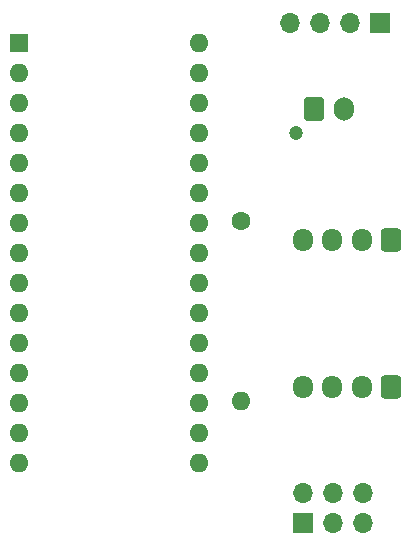
<source format=gbr>
%TF.GenerationSoftware,KiCad,Pcbnew,8.0.0*%
%TF.CreationDate,2024-03-22T16:21:54-07:00*%
%TF.ProjectId,stepper_controller_pcb,73746570-7065-4725-9f63-6f6e74726f6c,rev?*%
%TF.SameCoordinates,Original*%
%TF.FileFunction,Soldermask,Top*%
%TF.FilePolarity,Negative*%
%FSLAX46Y46*%
G04 Gerber Fmt 4.6, Leading zero omitted, Abs format (unit mm)*
G04 Created by KiCad (PCBNEW 8.0.0) date 2024-03-22 16:21:54*
%MOMM*%
%LPD*%
G01*
G04 APERTURE LIST*
G04 Aperture macros list*
%AMRoundRect*
0 Rectangle with rounded corners*
0 $1 Rounding radius*
0 $2 $3 $4 $5 $6 $7 $8 $9 X,Y pos of 4 corners*
0 Add a 4 corners polygon primitive as box body*
4,1,4,$2,$3,$4,$5,$6,$7,$8,$9,$2,$3,0*
0 Add four circle primitives for the rounded corners*
1,1,$1+$1,$2,$3*
1,1,$1+$1,$4,$5*
1,1,$1+$1,$6,$7*
1,1,$1+$1,$8,$9*
0 Add four rect primitives between the rounded corners*
20,1,$1+$1,$2,$3,$4,$5,0*
20,1,$1+$1,$4,$5,$6,$7,0*
20,1,$1+$1,$6,$7,$8,$9,0*
20,1,$1+$1,$8,$9,$2,$3,0*%
G04 Aperture macros list end*
%ADD10R,1.700000X1.700000*%
%ADD11O,1.700000X1.700000*%
%ADD12R,1.600000X1.600000*%
%ADD13O,1.600000X1.600000*%
%ADD14RoundRect,0.250000X0.600000X0.725000X-0.600000X0.725000X-0.600000X-0.725000X0.600000X-0.725000X0*%
%ADD15O,1.700000X1.950000*%
%ADD16C,1.200000*%
%ADD17RoundRect,0.250000X-0.600000X-0.750000X0.600000X-0.750000X0.600000X0.750000X-0.600000X0.750000X0*%
%ADD18O,1.700000X2.000000*%
%ADD19C,1.600000*%
G04 APERTURE END LIST*
D10*
%TO.C,J5*%
X118299996Y-28155000D03*
D11*
X115759996Y-28155000D03*
X113219996Y-28155000D03*
X110679996Y-28155000D03*
%TD*%
D12*
%TO.C,A1*%
X87759996Y-29840000D03*
D13*
X87759996Y-32380000D03*
X87759996Y-34920000D03*
X87759996Y-37460000D03*
X87759996Y-40000000D03*
X87759996Y-42540000D03*
X87759996Y-45080000D03*
X87759996Y-47620000D03*
X87759996Y-50160000D03*
X87759996Y-52700000D03*
X87759996Y-55240000D03*
X87759996Y-57780000D03*
X87759996Y-60320000D03*
X87759996Y-62860000D03*
X87759996Y-65400000D03*
X102999996Y-65400000D03*
X102999996Y-62860000D03*
X102999996Y-60320000D03*
X102999996Y-57780000D03*
X102999996Y-55240000D03*
X102999996Y-52700000D03*
X102999996Y-50160000D03*
X102999996Y-47620000D03*
X102999996Y-45080000D03*
X102999996Y-42540000D03*
X102999996Y-40000000D03*
X102999996Y-37460000D03*
X102999996Y-34920000D03*
X102999996Y-32380000D03*
X102999996Y-29840000D03*
%TD*%
D14*
%TO.C,J3*%
X119249996Y-46525000D03*
D15*
X116749996Y-46525000D03*
X114249996Y-46525000D03*
X111749996Y-46525000D03*
%TD*%
D10*
%TO.C,J1*%
X111749996Y-70475000D03*
D11*
X111749996Y-67935000D03*
X114289996Y-70475000D03*
X114289996Y-67935000D03*
X116829996Y-70475000D03*
X116829996Y-67935000D03*
%TD*%
D14*
%TO.C,J4*%
X119249996Y-58975000D03*
D15*
X116749996Y-58975000D03*
X114249996Y-58975000D03*
X111749996Y-58975000D03*
%TD*%
D16*
%TO.C,J2*%
X111149996Y-37450000D03*
D17*
X112749996Y-35450000D03*
D18*
X115249996Y-35450000D03*
%TD*%
D19*
%TO.C,R1*%
X106499996Y-44880000D03*
D13*
X106499996Y-60120000D03*
%TD*%
M02*

</source>
